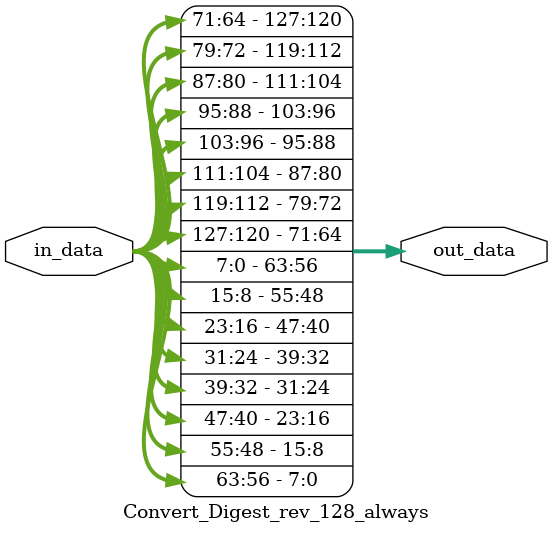
<source format=v>
`timescale 1ns/1ps
module Convert_Digest_rev_128_always (
    input  wire [127:0] in_data,   // Lower 128 bits from squeezed output (little-endian per 64-bit lane)
    output reg  [127:0] out_data   // Converted digest (each 64-bit lane reversed to big-endian)
);
    always @* begin
        // Reverse the byte order in the lower 64-bit lane:
        out_data[63:0] = { in_data[7:0],
                           in_data[15:8],
                           in_data[23:16],
                           in_data[31:24],
                           in_data[39:32],
                           in_data[47:40],
                           in_data[55:48],
                           in_data[63:56] };
        // Reverse the byte order in the upper 64-bit lane:
        out_data[127:64] = { in_data[71:64],
                             in_data[79:72],
                             in_data[87:80],
                             in_data[95:88],
                             in_data[103:96],
                             in_data[111:104],
                             in_data[119:112],
                             in_data[127:120] };
    end
endmodule

</source>
